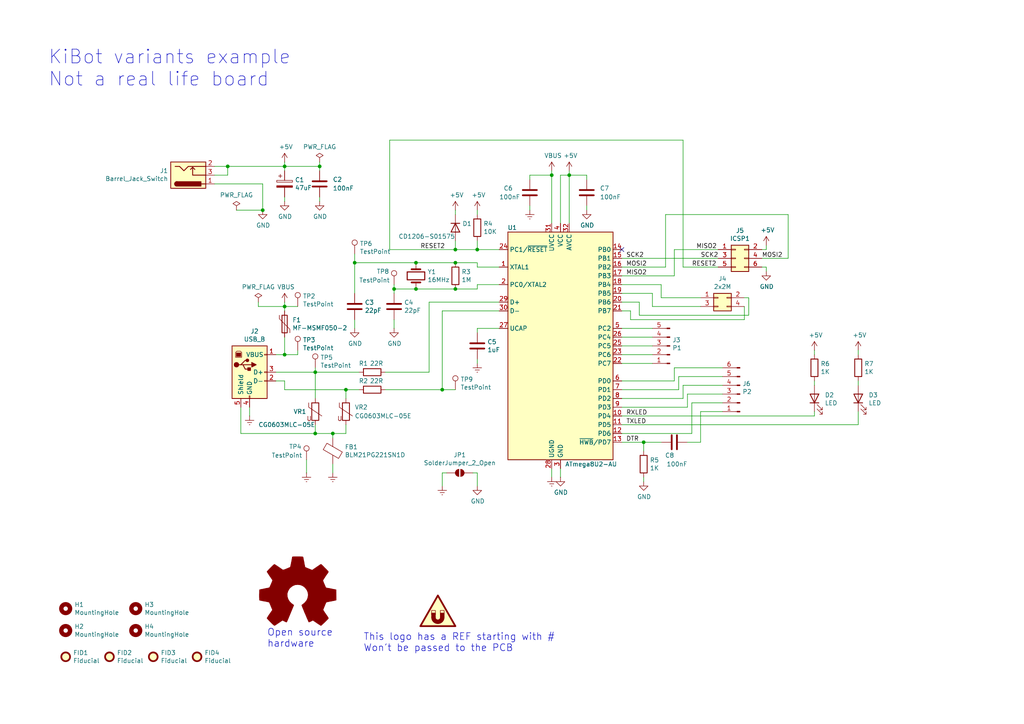
<source format=kicad_sch>
(kicad_sch (version 20231120) (generator "eeschema") (generator_version "8.0")
  (paper "A4")
  (title_block (title "Arduino UNO programmer") (date "2020-09-09") (rev "r1") (company "Arduino") (comment 1 "Just a copy of the original circuit, but not as ugly"))
  (lib_symbols
    (symbol "Connector:Barrel_Jack_Switch" (pin_names hide)
      (property "Reference" "J" (at 0 5.334 0))
      (property "Value" "Barrel_Jack_Switch" (at 0 -5.08 0))
      (symbol "Barrel_Jack_Switch_1_1"
        (pin passive line (at 7.62 2.54 180) (length 2.54) (name "~") (number "1"))
        (pin passive line (at 7.62 -2.54 180) (length 2.54) (name "~") (number "2"))
        (pin passive line (at 7.62 0 180) (length 2.54) (name "~") (number "3"))
      )
    )
    (symbol "Connector:Conn_01x05_Pin" (pin_names (offset 1.016) hide)
      (property "Reference" "J" (at 0 7.62 0))
      (property "Value" "Conn_01x05_Pin" (at 0 -7.62 0))
      (symbol "Conn_01x05_Pin_1_1"
        (pin passive line (at 5.08 5.08 180) (length 3.81) (name "Pin_1") (number "1"))
        (pin passive line (at 5.08 2.54 180) (length 3.81) (name "Pin_2") (number "2"))
        (pin passive line (at 5.08 0 180) (length 3.81) (name "Pin_3") (number "3"))
        (pin passive line (at 5.08 -2.54 180) (length 3.81) (name "Pin_4") (number "4"))
        (pin passive line (at 5.08 -5.08 180) (length 3.81) (name "Pin_5") (number "5"))
      )
    )
    (symbol "Connector:Conn_01x06_Pin" (pin_names (offset 1.016) hide)
      (property "Reference" "J" (at 0 7.62 0))
      (property "Value" "Conn_01x06_Pin" (at 0 -10.16 0))
      (symbol "Conn_01x06_Pin_1_1"
        (pin passive line (at 5.08 5.08 180) (length 3.81) (name "Pin_1") (number "1"))
        (pin passive line (at 5.08 2.54 180) (length 3.81) (name "Pin_2") (number "2"))
        (pin passive line (at 5.08 0 180) (length 3.81) (name "Pin_3") (number "3"))
        (pin passive line (at 5.08 -2.54 180) (length 3.81) (name "Pin_4") (number "4"))
        (pin passive line (at 5.08 -5.08 180) (length 3.81) (name "Pin_5") (number "5"))
        (pin passive line (at 5.08 -7.62 180) (length 3.81) (name "Pin_6") (number "6"))
      )
    )
    (symbol "Connector:TestPoint" (pin_numbers hide) (pin_names (offset 0.762) hide)
      (property "Reference" "TP" (at 0 6.858 0))
      (property "Value" "TestPoint" (at 0 5.08 0))
      (symbol "TestPoint_1_1"
        (pin passive line (at 0 0 90) (length 2.54) (name "1") (number "1"))
      )
    )
    (symbol "Connector:USB_B" (pin_names (offset 1.016))
      (property "Reference" "J" (at -5.08 11.43 0))
      (property "Value" "USB_B" (at -5.08 8.89 0))
      (symbol "USB_B_1_1"
        (pin power_out line (at 7.62 5.08 180) (length 2.54) (name "VBUS") (number "1"))
        (pin bidirectional line (at 7.62 -2.54 180) (length 2.54) (name "D-") (number "2"))
        (pin bidirectional line (at 7.62 0 180) (length 2.54) (name "D+") (number "3"))
        (pin power_out line (at 0 -10.16 90) (length 2.54) (name "GND") (number "4"))
        (pin passive line (at -2.54 -10.16 90) (length 2.54) (name "Shield") (number "5"))
      )
    )
    (symbol "Connector_Generic:Conn_02x02_Odd_Even" (pin_names (offset 1.016) hide)
      (property "Reference" "J" (at 1.27 2.54 0))
      (property "Value" "Conn_02x02_Odd_Even" (at 1.27 -5.08 0))
      (symbol "Conn_02x02_Odd_Even_1_1"
        (pin passive line (at -5.08 0 0) (length 3.81) (name "Pin_1") (number "1"))
        (pin passive line (at 7.62 0 180) (length 3.81) (name "Pin_2") (number "2"))
        (pin passive line (at -5.08 -2.54 0) (length 3.81) (name "Pin_3") (number "3"))
        (pin passive line (at 7.62 -2.54 180) (length 3.81) (name "Pin_4") (number "4"))
      )
    )
    (symbol "Connector_Generic:Conn_02x03_Odd_Even" (pin_names (offset 1.016) hide)
      (property "Reference" "J" (at 1.27 5.08 0))
      (property "Value" "Conn_02x03_Odd_Even" (at 1.27 -5.08 0))
      (symbol "Conn_02x03_Odd_Even_1_1"
        (pin passive line (at -5.08 2.54 0) (length 3.81) (name "Pin_1") (number "1"))
        (pin passive line (at 7.62 2.54 180) (length 3.81) (name "Pin_2") (number "2"))
        (pin passive line (at -5.08 0 0) (length 3.81) (name "Pin_3") (number "3"))
        (pin passive line (at 7.62 0 180) (length 3.81) (name "Pin_4") (number "4"))
        (pin passive line (at -5.08 -2.54 0) (length 3.81) (name "Pin_5") (number "5"))
        (pin passive line (at 7.62 -2.54 180) (length 3.81) (name "Pin_6") (number "6"))
      )
    )
    (symbol "Device:C" (pin_numbers hide) (pin_names (offset 0.254))
      (property "Reference" "C" (at 0.635 2.54 0))
      (property "Value" "C" (at 0.635 -2.54 0))
      (symbol "C_1_1"
        (pin passive line (at 0 3.81 270) (length 2.794) (name "~") (number "1"))
        (pin passive line (at 0 -3.81 90) (length 2.794) (name "~") (number "2"))
      )
    )
    (symbol "Device:C_Polarized" (pin_numbers hide) (pin_names (offset 0.254))
      (property "Reference" "C" (at 0.635 2.54 0))
      (property "Value" "C_Polarized" (at 0.635 -2.54 0))
      (symbol "C_Polarized_1_1"
        (pin passive line (at 0 3.81 270) (length 2.794) (name "~") (number "1"))
        (pin passive line (at 0 -3.81 90) (length 2.794) (name "~") (number "2"))
      )
    )
    (symbol "Device:Crystal" (pin_numbers hide) (pin_names (offset 1.016) hide)
      (property "Reference" "Y" (at 0 3.81 0))
      (property "Value" "Crystal" (at 0 -3.81 0))
      (symbol "Crystal_1_1"
        (pin passive line (at -3.81 0 0) (length 1.27) (name "1") (number "1"))
        (pin passive line (at 3.81 0 180) (length 1.27) (name "2") (number "2"))
      )
    )
    (symbol "Device:D" (pin_numbers hide) (pin_names (offset 1.016) hide)
      (property "Reference" "D" (at 0 2.54 0))
      (property "Value" "D" (at 0 -2.54 0))
      (symbol "D_1_1"
        (pin passive line (at -3.81 0 0) (length 2.54) (name "K") (number "1"))
        (pin passive line (at 3.81 0 180) (length 2.54) (name "A") (number "2"))
      )
    )
    (symbol "Device:FerriteBead" (pin_numbers hide) (pin_names (offset 0))
      (property "Reference" "FB" (at -3.81 0.635 90))
      (property "Value" "FerriteBead" (at 3.81 0 90))
      (symbol "FerriteBead_1_1"
        (pin passive line (at 0 3.81 270) (length 2.54) (name "~") (number "1"))
        (pin passive line (at 0 -3.81 90) (length 2.54) (name "~") (number "2"))
      )
    )
    (symbol "Device:LED" (pin_numbers hide) (pin_names (offset 1.016) hide)
      (property "Reference" "D" (at 0 2.54 0))
      (property "Value" "LED" (at 0 -2.54 0))
      (symbol "LED_1_1"
        (pin passive line (at -3.81 0 0) (length 2.54) (name "K") (number "1"))
        (pin passive line (at 3.81 0 180) (length 2.54) (name "A") (number "2"))
      )
    )
    (symbol "Device:Polyfuse" (pin_numbers hide) (pin_names (offset 0))
      (property "Reference" "F" (at -2.54 0 90))
      (property "Value" "Polyfuse" (at 2.54 0 90))
      (symbol "Polyfuse_1_1"
        (pin passive line (at 0 3.81 270) (length 1.27) (name "~") (number "1"))
        (pin passive line (at 0 -3.81 90) (length 1.27) (name "~") (number "2"))
      )
    )
    (symbol "Device:R" (pin_numbers hide) (pin_names (offset 0))
      (property "Reference" "R" (at 2.032 0 90))
      (property "Value" "R" (at 0 0 90))
      (symbol "R_1_1"
        (pin passive line (at 0 3.81 270) (length 1.27) (name "~") (number "1"))
        (pin passive line (at 0 -3.81 90) (length 1.27) (name "~") (number "2"))
      )
    )
    (symbol "Device:Varistor" (pin_numbers hide) (pin_names (offset 0))
      (property "Reference" "RV" (at 3.175 0 90))
      (property "Value" "Varistor" (at -3.175 0 90))
      (symbol "Varistor_0_0"
        (text "U" (at -1.778 -2.032 0) (effects (font (size 1.27 1.27))))
      )
      (symbol "Varistor_1_1"
        (pin passive line (at 0 3.81 270) (length 1.27) (name "~") (number "1"))
        (pin passive line (at 0 -3.81 90) (length 1.27) (name "~") (number "2"))
      )
    )
    (symbol "Graphic:Logo_Open_Hardware_Large" (in_bom no) (on_board no))
    (symbol "Graphic:SYM_Magnet_Large" (in_bom no) (on_board no))
    (symbol "Jumper:SolderJumper_2_Open" (pin_numbers hide) (pin_names (offset 0) hide) (exclude_from_sim yes) (in_bom no)
      (property "Reference" "JP" (at 0 2.032 0))
      (property "Value" "SolderJumper_2_Open" (at 0 -2.54 0))
      (symbol "SolderJumper_2_Open_1_1"
        (pin passive line (at -3.81 0 0) (length 2.54) (name "A") (number "1"))
        (pin passive line (at 3.81 0 180) (length 2.54) (name "B") (number "2"))
      )
    )
    (symbol "MCU_Microchip_ATmega:ATmega8U2-A"
      (property "Reference" "U" (at -15.24 34.29 0))
      (property "Value" "ATmega8U2-A" (at 2.54 -34.29 0))
      (symbol "ATmega8U2-A_1_1"
        (pin input line (at -17.78 22.86 0) (length 2.54) (name "XTAL1") (number "1"))
        (pin bidirectional line (at 17.78 -20.32 180) (length 2.54) (name "PD4") (number "10"))
        (pin bidirectional line (at 17.78 -22.86 180) (length 2.54) (name "PD5") (number "11"))
        (pin bidirectional line (at 17.78 -25.4 180) (length 2.54) (name "PD6") (number "12"))
        (pin bidirectional line (at 17.78 -27.94 180) (length 2.54) (name "~{HWB}/PD7") (number "13"))
        (pin bidirectional line (at 17.78 27.94 180) (length 2.54) (name "PB0") (number "14"))
        (pin bidirectional line (at 17.78 25.4 180) (length 2.54) (name "PB1") (number "15"))
        (pin bidirectional line (at 17.78 22.86 180) (length 2.54) (name "PB2") (number "16"))
        (pin bidirectional line (at 17.78 20.32 180) (length 2.54) (name "PB3") (number "17"))
        (pin bidirectional line (at 17.78 17.78 180) (length 2.54) (name "PB4") (number "18"))
        (pin bidirectional line (at 17.78 15.24 180) (length 2.54) (name "PB5") (number "19"))
        (pin bidirectional line (at -17.78 17.78 0) (length 2.54) (name "PC0/XTAL2") (number "2"))
        (pin bidirectional line (at 17.78 12.7 180) (length 2.54) (name "PB6") (number "20"))
        (pin bidirectional line (at 17.78 10.16 180) (length 2.54) (name "PB7") (number "21"))
        (pin bidirectional line (at 17.78 -5.08 180) (length 2.54) (name "PC7") (number "22"))
        (pin bidirectional line (at 17.78 -2.54 180) (length 2.54) (name "PC6") (number "23"))
        (pin bidirectional line (at -17.78 27.94 0) (length 2.54) (name "PC1/~{RESET}") (number "24"))
        (pin bidirectional line (at 17.78 0 180) (length 2.54) (name "PC5") (number "25"))
        (pin bidirectional line (at 17.78 2.54 180) (length 2.54) (name "PC4") (number "26"))
        (pin passive line (at -17.78 5.08 0) (length 2.54) (name "UCAP") (number "27"))
        (pin power_in line (at -2.54 -35.56 90) (length 2.54) (name "UGND") (number "28"))
        (pin bidirectional line (at -17.78 12.7 0) (length 2.54) (name "D+") (number "29"))
        (pin power_in line (at 0 -35.56 90) (length 2.54) (name "GND") (number "3"))
        (pin bidirectional line (at -17.78 10.16 0) (length 2.54) (name "D-") (number "30"))
        (pin power_in line (at -2.54 35.56 270) (length 2.54) (name "UVCC") (number "31"))
        (pin power_in line (at 2.54 35.56 270) (length 2.54) (name "AVCC") (number "32"))
        (pin power_in line (at 0 35.56 270) (length 2.54) (name "VCC") (number "4"))
        (pin bidirectional line (at 17.78 5.08 180) (length 2.54) (name "PC2") (number "5"))
        (pin bidirectional line (at 17.78 -10.16 180) (length 2.54) (name "PD0") (number "6"))
        (pin bidirectional line (at 17.78 -12.7 180) (length 2.54) (name "PD1") (number "7"))
        (pin bidirectional line (at 17.78 -15.24 180) (length 2.54) (name "PD2") (number "8"))
        (pin bidirectional line (at 17.78 -17.78 180) (length 2.54) (name "PD3") (number "9"))
      )
    )
    (symbol "Mechanical:Fiducial" (exclude_from_sim yes) (in_bom no)
      (property "Reference" "FID" (at 0 5.08 0))
      (property "Value" "Fiducial" (at 0 3.175 0))
    )
    (symbol "Mechanical:MountingHole" (pin_names (offset 1.016)) (exclude_from_sim yes) (in_bom no)
      (property "Reference" "H" (at 0 5.08 0))
      (property "Value" "MountingHole" (at 0 3.175 0))
    )
    (symbol "power:+5V" (power) (pin_numbers hide) (pin_names (offset 0) hide)
      (property "Value" "+5V" (at 0 3.556 0))
      (symbol "+5V_1_1"
        (pin power_in line (at 0 0 90) (length 0) (name "~") (number "1"))
      )
    )
    (symbol "power:Earth" (power) (pin_numbers hide) (pin_names (offset 0) hide)
      (property "Value" "Earth" (at 0 -3.81 0))
      (symbol "Earth_1_1"
        (pin power_in line (at 0 0 270) (length 0) (name "~") (number "1"))
      )
    )
    (symbol "power:GND" (power) (pin_numbers hide) (pin_names (offset 0) hide)
      (property "Value" "GND" (at 0 -3.81 0))
      (symbol "GND_1_1"
        (pin power_in line (at 0 0 270) (length 0) (name "~") (number "1"))
      )
    )
    (symbol "power:PWR_FLAG" (power) (pin_numbers hide) (pin_names (offset 0) hide)
      (property "Value" "PWR_FLAG" (at 0 3.81 0))
      (symbol "PWR_FLAG_0_0"
        (pin power_out line (at 0 0 90) (length 0) (name "~") (number "1"))
      )
    )
    (symbol "power:VBUS" (power) (pin_numbers hide) (pin_names (offset 0) hide)
      (property "Value" "VBUS" (at 0 3.556 0))
      (symbol "VBUS_1_1"
        (pin power_in line (at 0 0 90) (length 0) (name "~") (number "1"))
      )
    )
  )
  (junction (at 82.55 88.9))
  (junction (at 160.02 50.8))
  (junction (at 132.08 76.2))
  (junction (at 91.44 125.73))
  (junction (at 100.33 113.03))
  (junction (at 138.43 72.39))
  (junction (at 128.27 113.03))
  (junction (at 96.52 125.73))
  (junction (at 186.69 128.27))
  (junction (at 120.65 76.2))
  (junction (at 114.3 83.82))
  (junction (at 82.55 48.26))
  (junction (at 92.71 48.26))
  (junction (at 102.87 76.2))
  (junction (at 132.08 72.39))
  (junction (at 82.55 102.87))
  (junction (at 91.44 107.95))
  (junction (at 165.1 50.8))
  (junction (at 132.08 83.82))
  (junction (at 66.04 48.26))
  (junction (at 76.2 60.96))
  (junction (at 120.65 83.82))
  (no_connect (at 180.34 72.39))
  (wire (pts (xy 186.69 130.81) (xy 186.69 128.27)))
  (wire (pts (xy 96.52 125.73) (xy 96.52 127)))
  (wire (pts (xy 91.44 125.73) (xy 96.52 125.73)))
  (wire (pts (xy 82.55 102.87) (xy 82.55 97.79)))
  (wire (pts (xy 92.71 46.99) (xy 92.71 48.26)))
  (wire (pts (xy 66.04 50.8) (xy 66.04 48.26)))
  (wire (pts (xy 162.56 50.8) (xy 165.1 50.8)))
  (wire (pts (xy 248.92 123.19) (xy 248.92 119.38)))
  (wire (pts (xy 153.67 50.8) (xy 160.02 50.8)))
  (wire (pts (xy 144.78 95.25) (xy 138.43 95.25)))
  (wire (pts (xy 132.08 76.2) (xy 120.65 76.2)))
  (wire (pts (xy 111.76 113.03) (xy 128.27 113.03)))
  (wire (pts (xy 182.88 92.71) (xy 215.9 92.71)))
  (wire (pts (xy 128.27 137.16) (xy 128.27 140.97)))
  (wire (pts (xy 180.34 85.09) (xy 189.23 85.09)))
  (wire (pts (xy 209.55 106.68) (xy 195.58 106.68)))
  (wire (pts (xy 114.3 92.71) (xy 114.3 95.25)))
  (wire (pts (xy 180.34 80.01) (xy 195.58 80.01)))
  (wire (pts (xy 162.56 64.77) (xy 162.56 50.8)))
  (wire (pts (xy 82.55 113.03) (xy 82.55 110.49)))
  (wire (pts (xy 203.2 128.27) (xy 203.2 119.38)))
  (wire (pts (xy 180.34 87.63) (xy 185.42 87.63)))
  (wire (pts (xy 100.33 113.03) (xy 82.55 113.03)))
  (wire (pts (xy 76.2 60.96) (xy 68.58 60.96)))
  (wire (pts (xy 138.43 77.47) (xy 138.43 76.2)))
  (wire (pts (xy 138.43 95.25) (xy 138.43 96.52)))
  (wire (pts (xy 132.08 69.85) (xy 132.08 72.39)))
  (wire (pts (xy 62.23 50.8) (xy 66.04 50.8)))
  (wire (pts (xy 120.65 83.82) (xy 114.3 83.82)))
  (wire (pts (xy 198.12 111.76) (xy 198.12 115.57)))
  (wire (pts (xy 217.17 91.44) (xy 217.17 86.36)))
  (wire (pts (xy 220.98 72.39) (xy 222.25 72.39)))
  (wire (pts (xy 69.85 118.11) (xy 69.85 125.73)))
  (wire (pts (xy 153.67 52.07) (xy 153.67 50.8)))
  (wire (pts (xy 114.3 82.55) (xy 114.3 83.82)))
  (wire (pts (xy 199.39 128.27) (xy 203.2 128.27)))
  (wire (pts (xy 195.58 80.01) (xy 195.58 72.39)))
  (wire (pts (xy 198.12 40.64) (xy 113.03 40.64)))
  (wire (pts (xy 113.03 72.39) (xy 132.08 72.39)))
  (wire (pts (xy 153.67 59.69) (xy 153.67 60.96)))
  (wire (pts (xy 236.22 120.65) (xy 236.22 119.38)))
  (wire (pts (xy 180.34 95.25) (xy 189.23 95.25)))
  (wire (pts (xy 198.12 77.47) (xy 198.12 40.64)))
  (wire (pts (xy 80.01 102.87) (xy 82.55 102.87)))
  (wire (pts (xy 129.54 137.16) (xy 128.27 137.16)))
  (wire (pts (xy 92.71 57.15) (xy 92.71 58.42)))
  (wire (pts (xy 144.78 77.47) (xy 138.43 77.47)))
  (wire (pts (xy 182.88 90.17) (xy 182.88 92.71)))
  (wire (pts (xy 91.44 106.68) (xy 91.44 107.95)))
  (wire (pts (xy 199.39 114.3) (xy 209.55 114.3)))
  (wire (pts (xy 96.52 125.73) (xy 100.33 125.73)))
  (wire (pts (xy 138.43 83.82) (xy 138.43 82.55)))
  (wire (pts (xy 236.22 110.49) (xy 236.22 111.76)))
  (wire (pts (xy 96.52 134.62) (xy 96.52 137.16)))
  (wire (pts (xy 62.23 48.26) (xy 66.04 48.26)))
  (wire (pts (xy 180.34 125.73) (xy 200.66 125.73)))
  (wire (pts (xy 120.65 76.2) (xy 102.87 76.2)))
  (wire (pts (xy 72.39 118.11) (xy 72.39 120.65)))
  (wire (pts (xy 165.1 64.77) (xy 165.1 50.8)))
  (wire (pts (xy 180.34 118.11) (xy 199.39 118.11)))
  (wire (pts (xy 220.98 77.47) (xy 222.25 77.47)))
  (wire (pts (xy 138.43 76.2) (xy 132.08 76.2)))
  (wire (pts (xy 195.58 72.39) (xy 208.28 72.39)))
  (wire (pts (xy 132.08 83.82) (xy 120.65 83.82)))
  (wire (pts (xy 100.33 115.57) (xy 100.33 113.03)))
  (wire (pts (xy 180.34 120.65) (xy 236.22 120.65)))
  (wire (pts (xy 180.34 128.27) (xy 186.69 128.27)))
  (wire (pts (xy 170.18 52.07) (xy 170.18 50.8)))
  (wire (pts (xy 138.43 60.96) (xy 138.43 62.23)))
  (wire (pts (xy 180.34 82.55) (xy 191.77 82.55)))
  (wire (pts (xy 195.58 106.68) (xy 195.58 110.49)))
  (wire (pts (xy 189.23 85.09) (xy 189.23 88.9)))
  (wire (pts (xy 189.23 88.9) (xy 203.2 88.9)))
  (wire (pts (xy 102.87 76.2) (xy 102.87 85.09)))
  (wire (pts (xy 128.27 113.03) (xy 128.27 90.17)))
  (wire (pts (xy 92.71 48.26) (xy 92.71 49.53)))
  (wire (pts (xy 189.23 97.79) (xy 180.34 97.79)))
  (wire (pts (xy 185.42 87.63) (xy 185.42 91.44)))
  (wire (pts (xy 86.36 101.6) (xy 86.36 102.87)))
  (wire (pts (xy 170.18 59.69) (xy 170.18 60.96)))
  (wire (pts (xy 138.43 105.41) (xy 138.43 104.14)))
  (wire (pts (xy 186.69 138.43) (xy 186.69 139.7)))
  (wire (pts (xy 82.55 57.15) (xy 82.55 58.42)))
  (wire (pts (xy 82.55 110.49) (xy 80.01 110.49)))
  (wire (pts (xy 180.34 100.33) (xy 189.23 100.33)))
  (wire (pts (xy 138.43 137.16) (xy 138.43 140.97)))
  (wire (pts (xy 132.08 60.96) (xy 132.08 62.23)))
  (wire (pts (xy 228.6 74.93) (xy 228.6 62.23)))
  (wire (pts (xy 82.55 46.99) (xy 82.55 48.26)))
  (wire (pts (xy 137.16 137.16) (xy 138.43 137.16)))
  (wire (pts (xy 222.25 72.39) (xy 222.25 71.12)))
  (wire (pts (xy 208.28 77.47) (xy 198.12 77.47)))
  (wire (pts (xy 104.14 113.03) (xy 100.33 113.03)))
  (wire (pts (xy 86.36 88.9) (xy 82.55 88.9)))
  (wire (pts (xy 198.12 115.57) (xy 180.34 115.57)))
  (wire (pts (xy 189.23 102.87) (xy 180.34 102.87)))
  (wire (pts (xy 100.33 125.73) (xy 100.33 123.19)))
  (wire (pts (xy 203.2 119.38) (xy 209.55 119.38)))
  (wire (pts (xy 180.34 113.03) (xy 196.85 113.03)))
  (wire (pts (xy 222.25 77.47) (xy 222.25 78.74)))
  (wire (pts (xy 185.42 91.44) (xy 217.17 91.44)))
  (wire (pts (xy 114.3 83.82) (xy 114.3 85.09)))
  (wire (pts (xy 66.04 48.26) (xy 82.55 48.26)))
  (wire (pts (xy 191.77 82.55) (xy 191.77 86.36)))
  (wire (pts (xy 180.34 90.17) (xy 182.88 90.17)))
  (wire (pts (xy 236.22 101.6) (xy 236.22 102.87)))
  (wire (pts (xy 124.46 87.63) (xy 124.46 107.95)))
  (wire (pts (xy 199.39 118.11) (xy 199.39 114.3)))
  (wire (pts (xy 180.34 74.93) (xy 208.28 74.93)))
  (wire (pts (xy 217.17 86.36) (xy 215.9 86.36)))
  (wire (pts (xy 82.55 48.26) (xy 92.71 48.26)))
  (wire (pts (xy 102.87 92.71) (xy 102.87 95.25)))
  (wire (pts (xy 195.58 110.49) (xy 180.34 110.49)))
  (wire (pts (xy 193.04 62.23) (xy 228.6 62.23)))
  (wire (pts (xy 113.03 40.64) (xy 113.03 72.39)))
  (wire (pts (xy 196.85 113.03) (xy 196.85 109.22)))
  (wire (pts (xy 74.93 88.9) (xy 74.93 87.63)))
  (wire (pts (xy 82.55 48.26) (xy 82.55 49.53)))
  (wire (pts (xy 165.1 50.8) (xy 165.1 49.53)))
  (wire (pts (xy 160.02 64.77) (xy 160.02 50.8)))
  (wire (pts (xy 160.02 135.89) (xy 160.02 138.43)))
  (wire (pts (xy 138.43 82.55) (xy 144.78 82.55)))
  (wire (pts (xy 248.92 110.49) (xy 248.92 111.76)))
  (wire (pts (xy 144.78 87.63) (xy 124.46 87.63)))
  (wire (pts (xy 69.85 125.73) (xy 91.44 125.73)))
  (wire (pts (xy 132.08 72.39) (xy 138.43 72.39)))
  (wire (pts (xy 200.66 125.73) (xy 200.66 116.84)))
  (wire (pts (xy 193.04 77.47) (xy 193.04 62.23)))
  (wire (pts (xy 180.34 123.19) (xy 248.92 123.19)))
  (wire (pts (xy 91.44 107.95) (xy 104.14 107.95)))
  (wire (pts (xy 102.87 73.66) (xy 102.87 76.2)))
  (wire (pts (xy 91.44 123.19) (xy 91.44 125.73)))
  (wire (pts (xy 132.08 83.82) (xy 138.43 83.82)))
  (wire (pts (xy 76.2 53.34) (xy 76.2 60.96)))
  (wire (pts (xy 209.55 111.76) (xy 198.12 111.76)))
  (wire (pts (xy 82.55 88.9) (xy 82.55 87.63)))
  (wire (pts (xy 165.1 50.8) (xy 170.18 50.8)))
  (wire (pts (xy 91.44 115.57) (xy 91.44 107.95)))
  (wire (pts (xy 196.85 109.22) (xy 209.55 109.22)))
  (wire (pts (xy 62.23 53.34) (xy 76.2 53.34)))
  (wire (pts (xy 132.08 113.03) (xy 128.27 113.03)))
  (wire (pts (xy 80.01 107.95) (xy 91.44 107.95)))
  (wire (pts (xy 200.66 116.84) (xy 209.55 116.84)))
  (wire (pts (xy 162.56 135.89) (xy 162.56 138.43)))
  (wire (pts (xy 191.77 86.36) (xy 203.2 86.36)))
  (wire (pts (xy 180.34 105.41) (xy 189.23 105.41)))
  (wire (pts (xy 160.02 50.8) (xy 160.02 49.53)))
  (wire (pts (xy 124.46 107.95) (xy 111.76 107.95)))
  (wire (pts (xy 82.55 88.9) (xy 74.93 88.9)))
  (wire (pts (xy 138.43 72.39) (xy 144.78 72.39)))
  (wire (pts (xy 128.27 90.17) (xy 144.78 90.17)))
  (wire (pts (xy 248.92 101.6) (xy 248.92 102.87)))
  (wire (pts (xy 82.55 90.17) (xy 82.55 88.9)))
  (wire (pts (xy 186.69 128.27) (xy 191.77 128.27)))
  (wire (pts (xy 215.9 92.71) (xy 215.9 88.9)))
  (wire (pts (xy 88.9 133.35) (xy 88.9 137.16)))
  (wire (pts (xy 138.43 69.85) (xy 138.43 72.39)))
  (wire (pts (xy 180.34 77.47) (xy 193.04 77.47)))
  (wire (pts (xy 220.98 74.93) (xy 228.6 74.93)))
  (wire (pts (xy 86.36 102.87) (xy 82.55 102.87)))
  (text "Open source\nhardware" (at 77.47 187.96 0) (effects (font (size 2.0066 2.0066)) (justify left bottom)))
  (text "This logo has a REF starting with #\nWon't be passed to the PCB" (at 105.41 189.23 0) (effects (font (size 2.0066 2.0066)) (justify left bottom)))
  (text "KiBot variants example\nNot a real life board" (at 13.97 25.4 0) (effects (font (size 3.9878 3.9878)) (justify left bottom)))
  (label "RESET2" (at 121.92 72.39 0))
  (label "MISO2" (at 181.61 80.01 0))
  (label "DTR" (at 181.61 128.27 0))
  (label "SCK2" (at 181.61 74.93 0))
  (label "RXLED" (at 181.61 120.65 0))
  (label "RESET2" (at 200.66 77.47 0))
  (label "MISO2" (at 201.93 72.39 0))
  (label "SCK2" (at 203.2 74.93 0))
  (label "TXLED" (at 181.61 123.19 0))
  (label "MOSI2" (at 220.98 74.93 0))
  (label "MOSI2" (at 181.61 77.47 0))
  (symbol (lib_id "MCU_Microchip_ATmega:ATmega8U2-A") (at 162.56 100.33 0) (unit 1)
    (property "Reference" "U1" (at 148.59 66.04 0))
    (property "Value" "ATmega8U2-AU" (at 171.45 134.62 0))
    (property "Footprint" "Package_QFP:TQFP-32_7x7mm_P0.8mm" (effects (hide yes)))
    (property "Datasheet" "http://ww1.microchip.com/downloads/en/DeviceDoc/doc7799.pdf" (effects (hide yes)))
    (property "Description" "16MHz, 8kB Flash, 512B SRAM, 512B EEPROM, TQFP-32" (effects (hide yes)))
  )
  (symbol (lib_id "Device:R") (at 132.08 80.01 0) (unit 1)
    (property "Reference" "R3" (at 133.858 78.8416 0) (effects (justify left)))
    (property "Value" "1M" (at 133.858 81.153 0) (effects (justify left)))
    (property "Footprint" "Resistor_SMD:R_0805_2012Metric" (effects (hide yes)))
    (property "Description" "Resistor" (effects (hide yes)))
    (property "Config" "+USB,+XTAL" (effects (hide yes)))
  )
  (symbol (lib_id "Device:C") (at 114.3 88.9 0) (unit 1)
    (property "Reference" "C4" (at 117.221 87.7316 0) (effects (justify left)))
    (property "Value" "22pF" (at 117.221 90.043 0) (effects (justify left)))
    (property "Footprint" "Capacitor_SMD:C_0805_2012Metric" (effects (hide yes)))
    (property "Description" "Unpolarized capacitor" (effects (hide yes)))
    (property "Config" "+USB,+XTAL" (effects (hide yes)))
  )
  (symbol (lib_id "Device:C") (at 102.87 88.9 0) (unit 1)
    (property "Reference" "C3" (at 105.791 87.7316 0) (effects (justify left)))
    (property "Value" "22pF" (at 105.791 90.043 0) (effects (justify left)))
    (property "Footprint" "Capacitor_SMD:C_0805_2012Metric" (effects (hide yes)))
    (property "Description" "Unpolarized capacitor" (effects (hide yes)))
    (property "Config" "+USB,+XTAL" (effects (hide yes)))
  )
  (symbol (lib_id "power:GND") (at 102.87 95.25 0) (unit 1)
    (property "Reference" "#PWR09" (effects (hide yes)))
    (property "Value" "GND" (at 102.997 99.6442 0))
    (property "Description" "Power symbol creates a global label with name \"GND\" , ground" (effects (hide yes)))
  )
  (symbol (lib_id "power:GND") (at 114.3 95.25 0) (unit 1)
    (property "Reference" "#PWR010" (effects (hide yes)))
    (property "Value" "GND" (at 114.427 99.6442 0))
    (property "Description" "Power symbol creates a global label with name \"GND\" , ground" (effects (hide yes)))
  )
  (symbol (lib_id "Connector:TestPoint") (at 102.87 73.66 0) (unit 1)
    (property "Reference" "TP6" (at 104.3432 70.6628 0) (effects (justify left)))
    (property "Value" "TestPoint" (at 104.3432 72.9742 0) (effects (justify left)))
    (property "Footprint" "TestPoint:TestPoint_Pad_D1.0mm" (effects (hide yes)))
    (property "Description" "test point" (effects (hide yes)))
  )
  (symbol (lib_id "Connector:TestPoint") (at 114.3 82.55 0) (unit 1)
    (property "Reference" "TP8" (at 109.22 78.74 0) (effects (justify left)))
    (property "Value" "TestPoint" (at 104.14 81.28 0) (effects (justify left)))
    (property "Footprint" "TestPoint:TestPoint_Pad_D1.0mm" (effects (hide yes)))
    (property "Description" "test point" (effects (hide yes)))
  )
  (symbol (lib_id "Device:Varistor") (at 100.33 119.38 0) (unit 1)
    (property "Reference" "VR2" (at 102.87 118.11 0) (effects (justify left)))
    (property "Value" "CG0603MLC-05E" (at 102.87 120.65 0) (effects (justify left)))
    (property "Footprint" "Resistor_SMD:R_0603_1608Metric" (effects (hide yes)))
    (property "Description" "Voltage dependent resistor" (effects (hide yes)))
    (property "MFN" "Bourns Inc." (effects (hide yes)))
    (property "MFP" "CG0603MLC-05E" (effects (hide yes)))
    (property "Config" "+USB" (effects (hide yes)))
    (property "Sim.Name" "kicad_builtin_varistor" (effects (hide yes)))
    (property "Sim.Device" "SUBCKT" (effects (hide yes)))
    (property "Sim.Pins" "1=A 2=B" (effects (hide yes)))
    (property "Sim.Params" "threshold=1k" (effects (hide yes)))
    (property "Sim.Library" "${KICAD7_SYMBOL_DIR}/Simulation_SPICE.sp" (effects (hide yes)))
  )
  (symbol (lib_id "Device:Crystal") (at 120.65 80.01 270) (unit 1)
    (property "Reference" "Y1" (at 123.9774 78.8416 90) (effects (justify left)))
    (property "Value" "16MHz" (at 123.9774 81.153 90) (effects (justify left)))
    (property "Footprint" "Crystal:Crystal_SMD_Abracon_ABM3-2Pin_5.0x3.2mm" (effects (hide yes)))
    (property "Description" "Two pin crystal" (effects (hide yes)))
    (property "MFN" "Abracon LLC" (effects (hide yes)))
    (property "MFP" "ABM3-16.000MHZ-B2-T" (effects (hide yes)))
    (property "Config" "+USB,+XTAL" (effects (hide yes)))
  )
  (symbol (lib_id "Device:R") (at 107.95 107.95 270) (unit 1)
    (property "Reference" "R1" (at 105.41 105.41 90))
    (property "Value" "22R" (at 109.22 105.41 90))
    (property "Footprint" "Resistor_SMD:R_0805_2012Metric" (effects (hide yes)))
    (property "Description" "Resistor" (effects (hide yes)))
    (property "Config" "+USB" (effects (hide yes)))
  )
  (symbol (lib_id "Device:R") (at 107.95 113.03 270) (unit 1)
    (property "Reference" "R2" (at 105.41 110.49 90))
    (property "Value" "22R" (at 109.22 110.49 90))
    (property "Footprint" "Resistor_SMD:R_0805_2012Metric" (effects (hide yes)))
    (property "Description" "Resistor" (effects (hide yes)))
    (property "Config" "+USB" (effects (hide yes)))
  )
  (symbol (lib_id "Connector:USB_B") (at 72.39 107.95 0) (unit 1)
    (property "Reference" "J2" (at 73.8378 96.0882 0))
    (property "Value" "USB_B" (at 73.8378 98.3996 0))
    (property "Footprint" "Connector_USB:USB_B_Lumberg_2411_02_Horizontal" (effects (hide yes)))
    (property "Description" "USB Type B connector" (effects (hide yes)))
    (property "MFN" "TE Connectivity AMP Connectors" (effects (hide yes)))
    (property "MFP" "292304-1" (effects (hide yes)))
    (property "Config" "+USB" (effects (hide yes)))
  )
  (symbol (lib_id "Device:Varistor") (at 91.44 119.38 0) (unit 1)
    (property "Reference" "VR1" (at 85.09 119.38 0) (effects (justify left)))
    (property "Value" "CG0603MLC-05E" (at 74.93 123.19 0) (effects (justify left)))
    (property "Footprint" "Resistor_SMD:R_0603_1608Metric" (effects (hide yes)))
    (property "Description" "Voltage dependent resistor" (effects (hide yes)))
    (property "MFN" "Bourns Inc." (effects (hide yes)))
    (property "MFP" "CG0603MLC-05E" (effects (hide yes)))
    (property "Config" "+USB" (effects (hide yes)))
    (property "Sim.Name" "kicad_builtin_varistor" (effects (hide yes)))
    (property "Sim.Device" "SUBCKT" (effects (hide yes)))
    (property "Sim.Pins" "1=A 2=B" (effects (hide yes)))
    (property "Sim.Params" "threshold=1k" (effects (hide yes)))
    (property "Sim.Library" "${KICAD7_SYMBOL_DIR}/Simulation_SPICE.sp" (effects (hide yes)))
  )
  (symbol (lib_id "Device:FerriteBead") (at 96.52 130.81 0) (unit 1)
    (property "Reference" "FB1" (at 99.9998 129.6416 0) (effects (justify left)))
    (property "Value" "BLM21PG221SN1D" (at 99.9998 131.953 0) (effects (justify left)))
    (property "Footprint" "Resistor_SMD:R_0805_2012Metric" (effects (hide yes)))
    (property "Description" "Ferrite bead" (effects (hide yes)))
    (property "MFN" "Murata" (effects (hide yes)))
    (property "MFP" "BLM21PG221SN1D" (effects (hide yes)))
    (property "Config" "+USB" (effects (hide yes)))
  )
  (symbol (lib_id "Device:Polyfuse") (at 82.55 93.98 0) (unit 1)
    (property "Reference" "F1" (at 84.7852 92.8116 0) (effects (justify left)))
    (property "Value" "MF-MSMF050-2" (at 84.7852 95.123 0) (effects (justify left)))
    (property "Footprint" "Resistor_SMD:R_1812_4532Metric" (effects (hide yes)))
    (property "Description" "Resettable fuse, polymeric positive temperature coefficient" (effects (hide yes)))
    (property "Config" "+USB" (effects (hide yes)))
  )
  (symbol (lib_id "power:Earth") (at 96.52 137.16 0) (unit 1)
    (property "Reference" "#PWR08" (effects (hide yes)))
    (property "Value" "Earth" (effects (hide yes)))
    (property "Description" "Power symbol creates a global label with name \"Earth\"" (effects (hide yes)))
  )
  (symbol (lib_id "power:Earth") (at 72.39 120.65 0) (unit 1)
    (property "Reference" "#PWR01" (effects (hide yes)))
    (property "Value" "Earth" (effects (hide yes)))
    (property "Description" "Power symbol creates a global label with name \"Earth\"" (effects (hide yes)))
  )
  (symbol (lib_id "Connector:TestPoint") (at 91.44 106.68 0) (unit 1)
    (property "Reference" "TP5" (at 92.9132 103.6828 0) (effects (justify left)))
    (property "Value" "TestPoint" (at 92.9132 105.9942 0) (effects (justify left)))
    (property "Footprint" "TestPoint:TestPoint_Pad_D1.0mm" (effects (hide yes)))
    (property "Description" "test point" (effects (hide yes)))
  )
  (symbol (lib_id "Connector:TestPoint") (at 132.08 113.03 0) (unit 1)
    (property "Reference" "TP9" (at 133.5532 110.0328 0) (effects (justify left)))
    (property "Value" "TestPoint" (at 133.5532 112.3442 0) (effects (justify left)))
    (property "Footprint" "TestPoint:TestPoint_Pad_D1.0mm" (effects (hide yes)))
    (property "Description" "test point" (effects (hide yes)))
  )
  (symbol (lib_id "power:VBUS") (at 82.55 87.63 0) (unit 1)
    (property "Reference" "#PWR05" (effects (hide yes)))
    (property "Value" "VBUS" (at 82.931 83.2358 0))
    (property "Description" "Power symbol creates a global label with name \"VBUS\"" (effects (hide yes)))
  )
  (symbol (lib_id "Connector:TestPoint") (at 86.36 88.9 0) (unit 1)
    (property "Reference" "TP2" (at 87.8332 85.9028 0) (effects (justify left)))
    (property "Value" "TestPoint" (at 87.8332 88.2142 0) (effects (justify left)))
    (property "Footprint" "TestPoint:TestPoint_Pad_D1.0mm" (effects (hide yes)))
    (property "Description" "test point" (effects (hide yes)))
  )
  (symbol (lib_id "power:PWR_FLAG") (at 74.93 87.63 0) (unit 1)
    (property "Reference" "#FLG01" (effects (hide yes)))
    (property "Value" "PWR_FLAG" (at 74.93 83.2358 0))
    (property "Description" "Special symbol for telling ERC where power comes from" (effects (hide yes)))
  )
  (symbol (lib_id "power:Earth") (at 88.9 137.16 0) (unit 1)
    (property "Reference" "#PWR06" (effects (hide yes)))
    (property "Value" "Earth" (effects (hide yes)))
    (property "Description" "Power symbol creates a global label with name \"Earth\"" (effects (hide yes)))
  )
  (symbol (lib_id "Graphic:SYM_Magnet_Large") (at 127 176.53 0) (unit 1) (exclude_from_sim yes)
    (property "Reference" "#SYM1" (effects (hide yes)))
    (property "Value" "SYM_Magnet_Large" (effects (hide yes)))
    (property "Description" "Magnetic field warning symbol, large" (effects (hide yes)))
  )
  (symbol (lib_id "Connector:TestPoint") (at 88.9 133.35 0) (unit 1)
    (property "Reference" "TP4" (at 83.82 129.54 0) (effects (justify left)))
    (property "Value" "TestPoint" (at 78.74 132.08 0) (effects (justify left)))
    (property "Footprint" "TestPoint:TestPoint_Pad_D1.0mm" (effects (hide yes)))
    (property "Description" "test point" (effects (hide yes)))
  )
  (symbol (lib_id "Device:LED") (at 248.92 115.57 90) (unit 1)
    (property "Reference" "D3" (at 251.9172 114.5794 90) (effects (justify right)))
    (property "Value" "LED" (at 251.9172 116.8908 90) (effects (justify right)))
    (property "Footprint" "LED_SMD:LED_0805_2012Metric" (effects (hide yes)))
    (property "Description" "Light emitting diode" (effects (hide yes)))
    (property "MFN" "OSRAM Opto Semiconductors Inc." (effects (hide yes)))
    (property "MFP" "LG R971-KN-1" (effects (hide yes)))
  )
  (symbol (lib_id "power:Earth") (at 138.43 105.41 0) (unit 1)
    (property "Reference" "#PWR014" (effects (hide yes)))
    (property "Value" "Earth" (effects (hide yes)))
    (property "Description" "Power symbol creates a global label with name \"Earth\"" (effects (hide yes)))
  )
  (symbol (lib_id "Device:C") (at 138.43 100.33 0) (unit 1)
    (property "Reference" "C5" (at 141.351 99.1616 0) (effects (justify left)))
    (property "Value" "1uF" (at 141.351 101.473 0) (effects (justify left)))
    (property "Footprint" "Capacitor_SMD:C_0805_2012Metric" (effects (hide yes)))
    (property "Description" "Unpolarized capacitor" (effects (hide yes)))
  )
  (symbol (lib_id "Connector:Barrel_Jack_Switch") (at 54.61 50.8 0) (mirror x) (unit 1)
    (property "Reference" "J1" (at 48.768 49.53 0) (effects (justify right)))
    (property "Value" "Barrel_Jack_Switch" (at 48.768 51.8414 0) (effects (justify right)))
    (property "Footprint" "Connector_BarrelJack:BarrelJack_CLIFF_FC681465S_SMT_Horizontal" (effects (hide yes)))
    (property "Description" "DC Barrel Jack with an internal switch" (effects (hide yes)))
    (property "MFN" "Würth Elektronik" (effects (hide yes)))
    (property "MFP" "694106106102" (effects (hide yes)))
  )
  (symbol (lib_id "power:VBUS") (at 160.02 49.53 0) (unit 1)
    (property "Reference" "#PWR017" (effects (hide yes)))
    (property "Value" "VBUS" (at 160.401 45.1358 0))
    (property "Description" "Power symbol creates a global label with name \"VBUS\"" (effects (hide yes)))
  )
  (symbol (lib_id "Device:C") (at 153.67 55.88 0) (unit 1)
    (property "Reference" "C6" (at 146.05 54.61 0) (effects (justify left)))
    (property "Value" "100nF" (at 144.78 57.15 0) (effects (justify left)))
    (property "Footprint" "Capacitor_SMD:C_0805_2012Metric" (effects (hide yes)))
    (property "Description" "Unpolarized capacitor" (effects (hide yes)))
  )
  (symbol (lib_id "power:Earth") (at 153.67 60.96 0) (unit 1)
    (property "Reference" "#PWR016" (effects (hide yes)))
    (property "Value" "Earth" (effects (hide yes)))
    (property "Description" "Power symbol creates a global label with name \"Earth\"" (effects (hide yes)))
  )
  (symbol (lib_id "Connector:TestPoint") (at 86.36 101.6 0) (unit 1)
    (property "Reference" "TP3" (at 87.8332 98.6028 0) (effects (justify left)))
    (property "Value" "TestPoint" (at 87.8332 100.9142 0) (effects (justify left)))
    (property "Footprint" "TestPoint:TestPoint_Pad_D1.0mm" (effects (hide yes)))
    (property "Description" "test point" (effects (hide yes)))
  )
  (symbol (lib_id "power:Earth") (at 160.02 138.43 0) (unit 1)
    (property "Reference" "#PWR018" (effects (hide yes)))
    (property "Value" "Earth" (effects (hide yes)))
    (property "Description" "Power symbol creates a global label with name \"Earth\"" (effects (hide yes)))
  )
  (symbol (lib_id "power:GND") (at 162.56 138.43 0) (unit 1)
    (property "Reference" "#PWR019" (effects (hide yes)))
    (property "Value" "GND" (at 162.687 142.8242 0))
    (property "Description" "Power symbol creates a global label with name \"GND\" , ground" (effects (hide yes)))
  )
  (symbol (lib_id "Jumper:SolderJumper_2_Open") (at 133.35 137.16 0) (unit 1)
    (property "Reference" "JP1" (at 133.35 131.953 0))
    (property "Value" "SolderJumper_2_Open" (at 133.35 134.2644 0))
    (property "Footprint" "Jumper:SolderJumper-2_P1.3mm_Open_RoundedPad1.0x1.5mm" (effects (hide yes)))
    (property "Description" "Solder Jumper, 2-pole, open" (effects (hide yes)))
  )
  (symbol (lib_id "power:Earth") (at 128.27 140.97 0) (unit 1)
    (property "Reference" "#PWR011" (effects (hide yes)))
    (property "Value" "Earth" (effects (hide yes)))
    (property "Description" "Power symbol creates a global label with name \"Earth\"" (effects (hide yes)))
  )
  (symbol (lib_id "power:GND") (at 138.43 140.97 0) (unit 1)
    (property "Reference" "#PWR015" (effects (hide yes)))
    (property "Value" "GND" (at 138.557 145.3642 0))
    (property "Description" "Power symbol creates a global label with name \"GND\" , ground" (effects (hide yes)))
  )
  (symbol (lib_id "Device:R") (at 138.43 66.04 0) (unit 1)
    (property "Reference" "R4" (at 140.208 64.8716 0) (effects (justify left)))
    (property "Value" "10K" (at 140.208 67.183 0) (effects (justify left)))
    (property "Footprint" "Resistor_SMD:R_0805_2012Metric" (effects (hide yes)))
    (property "Description" "Resistor" (effects (hide yes)))
  )
  (symbol (lib_id "Device:D") (at 132.08 66.04 270) (unit 1)
    (property "Reference" "D1" (at 134.112 64.8716 90) (effects (justify left)))
    (property "Value" "CD1206-S01575" (at 115.57 68.58 90) (effects (justify left)))
    (property "Footprint" "Diode_SMD:D_1206_3216Metric" (effects (hide yes)))
    (property "Description" "Diode" (effects (hide yes)))
    (property "Sim.Device" "D" (effects (hide yes)))
    (property "Sim.Pins" "1=K 2=A" (effects (hide yes)))
  )
  (symbol (lib_id "power:+5V") (at 132.08 60.96 0) (unit 1)
    (property "Reference" "#PWR012" (effects (hide yes)))
    (property "Value" "+5V" (at 132.461 56.5658 0))
    (property "Description" "Power symbol creates a global label with name \"+5V\"" (effects (hide yes)))
  )
  (symbol (lib_id "power:+5V") (at 138.43 60.96 0) (unit 1)
    (property "Reference" "#PWR013" (effects (hide yes)))
    (property "Value" "+5V" (at 138.811 56.5658 0))
    (property "Description" "Power symbol creates a global label with name \"+5V\"" (effects (hide yes)))
  )
  (symbol (lib_id "Connector_Generic:Conn_02x03_Odd_Even") (at 213.36 74.93 0) (unit 1)
    (property "Reference" "J5" (at 214.63 66.8782 0))
    (property "Value" "ICSP1" (at 214.63 69.1896 0))
    (property "Footprint" "Connector_PinHeader_2.54mm:PinHeader_2x03_P2.54mm_Vertical" (effects (hide yes)))
    (property "Description" "Generic connector, double row, 02x03, odd/even pin numbering scheme (row 1 odd numbers, row 2 even numbers), script generated (kicad-library-utils/schlib/autogen/connector/)" (effects (hide yes)))
    (property "MFN" "Harwin Inc." (effects (hide yes)))
    (property "MFP" "M20-9980346" (effects (hide yes)))
    (property "Config" "-USB" (effects (hide yes)))
  )
  (symbol (lib_id "power:+5V") (at 222.25 71.12 0) (unit 1)
    (property "Reference" "#PWR023" (effects (hide yes)))
    (property "Value" "+5V" (at 222.631 66.7258 0))
    (property "Description" "Power symbol creates a global label with name \"+5V\"" (effects (hide yes)))
  )
  (symbol (lib_id "power:GND") (at 222.25 78.74 0) (unit 1)
    (property "Reference" "#PWR024" (effects (hide yes)))
    (property "Value" "GND" (at 222.377 83.1342 0))
    (property "Description" "Power symbol creates a global label with name \"GND\" , ground" (effects (hide yes)))
  )
  (symbol (lib_id "Connector_Generic:Conn_02x02_Odd_Even") (at 208.28 86.36 0) (unit 1)
    (property "Reference" "J4" (at 209.55 80.8482 0))
    (property "Value" "2x2M" (at 209.55 83.1596 0))
    (property "Footprint" "Connector_PinHeader_2.54mm:PinHeader_2x02_P2.54mm_Vertical" (effects (hide yes)))
    (property "Description" "Generic connector, double row, 02x02, odd/even pin numbering scheme (row 1 odd numbers, row 2 even numbers), script generated (kicad-library-utils/schlib/autogen/connector/)" (effects (hide yes)))
    (property "MFN" "Harwin Inc." (effects (hide yes)))
    (property "MFP" "M20-9980246-ND" (effects (hide yes)))
    (property "Config" "DNF" (effects (hide yes)))
  )
  (symbol (lib_id "Connector:Conn_01x05_Pin") (at 194.31 100.33 180) (unit 1)
    (property "Reference" "J3" (at 195.0212 98.6028 0) (effects (justify right)))
    (property "Value" "P1" (at 195.0212 100.9142 0) (effects (justify right)))
    (property "Footprint" "Connector_PinHeader_2.54mm:PinHeader_1x05_P2.54mm_Vertical" (effects (hide yes)))
    (property "Description" "Generic connector, single row, 01x05, script generated" (effects (hide yes)))
  )
  (symbol (lib_id "Device:R") (at 248.92 106.68 0) (unit 1)
    (property "Reference" "R7" (at 250.698 105.5116 0) (effects (justify left)))
    (property "Value" "1K" (at 250.698 107.823 0) (effects (justify left)))
    (property "Footprint" "Resistor_SMD:R_0805_2012Metric" (effects (hide yes)))
    (property "Description" "Resistor" (effects (hide yes)))
  )
  (symbol (lib_id "power:+5V") (at 248.92 101.6 0) (unit 1)
    (property "Reference" "#PWR026" (effects (hide yes)))
    (property "Value" "+5V" (at 249.301 97.2058 0))
    (property "Description" "Power symbol creates a global label with name \"+5V\"" (effects (hide yes)))
  )
  (symbol (lib_id "Device:LED") (at 236.22 115.57 90) (unit 1)
    (property "Reference" "D2" (at 239.2172 114.5794 90) (effects (justify right)))
    (property "Value" "LED" (at 239.2172 116.8908 90) (effects (justify right)))
    (property "Footprint" "LED_SMD:LED_0805_2012Metric" (effects (hide yes)))
    (property "Description" "Light emitting diode" (effects (hide yes)))
    (property "MFN" "OSRAM Opto Semiconductors Inc." (effects (hide yes)))
    (property "MFP" "LG R971-KN-1" (effects (hide yes)))
  )
  (symbol (lib_id "Device:R") (at 236.22 106.68 0) (unit 1)
    (property "Reference" "R6" (at 237.998 105.5116 0) (effects (justify left)))
    (property "Value" "1K" (at 237.998 107.823 0) (effects (justify left)))
    (property "Footprint" "Resistor_SMD:R_0805_2012Metric" (effects (hide yes)))
    (property "Description" "Resistor" (effects (hide yes)))
  )
  (symbol (lib_id "power:+5V") (at 236.22 101.6 0) (unit 1)
    (property "Reference" "#PWR025" (effects (hide yes)))
    (property "Value" "+5V" (at 236.601 97.2058 0))
    (property "Description" "Power symbol creates a global label with name \"+5V\"" (effects (hide yes)))
  )
  (symbol (lib_id "Device:R") (at 186.69 134.62 0) (unit 1)
    (property "Reference" "R5" (at 188.468 133.4516 0) (effects (justify left)))
    (property "Value" "1K" (at 188.468 135.763 0) (effects (justify left)))
    (property "Footprint" "Resistor_SMD:R_0805_2012Metric" (effects (hide yes)))
    (property "Description" "Resistor" (effects (hide yes)))
  )
  (symbol (lib_id "Device:C") (at 195.58 128.27 90) (unit 1)
    (property "Reference" "C8" (at 195.58 132.08 90) (effects (justify left)))
    (property "Value" "100nF" (at 199.39 134.62 90) (effects (justify left)))
    (property "Footprint" "Capacitor_SMD:C_0805_2012Metric" (effects (hide yes)))
    (property "Description" "Unpolarized capacitor" (effects (hide yes)))
  )
  (symbol (lib_id "power:GND") (at 186.69 139.7 0) (unit 1)
    (property "Reference" "#PWR022" (effects (hide yes)))
    (property "Value" "GND" (at 186.817 144.0942 0))
    (property "Description" "Power symbol creates a global label with name \"GND\" , ground" (effects (hide yes)))
  )
  (symbol (lib_id "Connector:Conn_01x06_Pin") (at 214.63 114.3 180) (unit 1)
    (property "Reference" "J6" (at 215.3412 111.3028 0) (effects (justify right)))
    (property "Value" "P2" (at 215.3412 113.6142 0) (effects (justify right)))
    (property "Footprint" "Connector_PinHeader_2.54mm:PinHeader_1x06_P2.54mm_Vertical" (effects (hide yes)))
    (property "Description" "Generic connector, single row, 01x06, script generated" (effects (hide yes)))
  )
  (symbol (lib_id "Device:C") (at 170.18 55.88 0) (unit 1)
    (property "Reference" "C7" (at 173.99 54.61 0) (effects (justify left)))
    (property "Value" "100nF" (at 173.99 57.15 0) (effects (justify left)))
    (property "Footprint" "Capacitor_SMD:C_0805_2012Metric" (effects (hide yes)))
    (property "Description" "Unpolarized capacitor" (effects (hide yes)))
  )
  (symbol (lib_id "power:+5V") (at 165.1 49.53 0) (unit 1)
    (property "Reference" "#PWR020" (effects (hide yes)))
    (property "Value" "+5V" (at 165.481 45.1358 0))
    (property "Description" "Power symbol creates a global label with name \"+5V\"" (effects (hide yes)))
  )
  (symbol (lib_id "power:GND") (at 170.18 60.96 0) (unit 1)
    (property "Reference" "#PWR021" (effects (hide yes)))
    (property "Value" "GND" (at 170.307 65.3542 0))
    (property "Description" "Power symbol creates a global label with name \"GND\" , ground" (effects (hide yes)))
  )
  (symbol (lib_id "power:GND") (at 76.2 60.96 0) (unit 1)
    (property "Reference" "#PWR02" (effects (hide yes)))
    (property "Value" "GND" (at 76.327 65.3542 0))
    (property "Description" "Power symbol creates a global label with name \"GND\" , ground" (effects (hide yes)))
  )
  (symbol (lib_id "Device:C_Polarized") (at 82.55 53.34 0) (unit 1)
    (property "Reference" "C1" (at 85.5472 52.1716 0) (effects (justify left)))
    (property "Value" "47uF" (at 85.5472 54.483 0) (effects (justify left)))
    (property "Footprint" "Capacitor_SMD:CP_Elec_8x10" (effects (hide yes)))
    (property "Description" "Polarized capacitor" (effects (hide yes)))
    (property "MFN" "Vishay Beyschlag/Draloric/BC Components" (effects (hide yes)))
    (property "MFP" "MAL215371479E3" (effects (hide yes)))
  )
  (symbol (lib_id "power:GND") (at 82.55 58.42 0) (unit 1)
    (property "Reference" "#PWR04" (effects (hide yes)))
    (property "Value" "GND" (at 82.677 62.8142 0))
    (property "Description" "Power symbol creates a global label with name \"GND\" , ground" (effects (hide yes)))
  )
  (symbol (lib_id "Device:C") (at 92.71 53.34 0) (unit 1)
    (property "Reference" "C2" (at 96.52 52.07 0) (effects (justify left)))
    (property "Value" "100nF" (at 96.52 54.61 0) (effects (justify left)))
    (property "Footprint" "Capacitor_SMD:C_0805_2012Metric" (effects (hide yes)))
    (property "Description" "Unpolarized capacitor" (effects (hide yes)))
  )
  (symbol (lib_id "power:GND") (at 92.71 58.42 0) (unit 1)
    (property "Reference" "#PWR07" (effects (hide yes)))
    (property "Value" "GND" (at 92.837 62.8142 0))
    (property "Description" "Power symbol creates a global label with name \"GND\" , ground" (effects (hide yes)))
  )
  (symbol (lib_id "power:+5V") (at 82.55 46.99 0) (unit 1)
    (property "Reference" "#PWR03" (effects (hide yes)))
    (property "Value" "+5V" (at 82.931 42.5958 0))
    (property "Description" "Power symbol creates a global label with name \"+5V\"" (effects (hide yes)))
  )
  (symbol (lib_id "power:PWR_FLAG") (at 92.71 46.99 0) (unit 1)
    (property "Reference" "#FLG02" (effects (hide yes)))
    (property "Value" "PWR_FLAG" (at 92.71 42.5958 0))
    (property "Description" "Special symbol for telling ERC where power comes from" (effects (hide yes)))
  )
  (symbol (lib_id "power:PWR_FLAG") (at 68.58 60.96 0) (unit 1)
    (property "Reference" "#FLG0101" (effects (hide yes)))
    (property "Value" "PWR_FLAG" (at 68.58 56.5658 0))
    (property "Description" "Special symbol for telling ERC where power comes from" (effects (hide yes)))
  )
  (symbol (lib_id "Mechanical:Fiducial") (at 19.05 190.5 0) (unit 1)
    (property "Reference" "FID1" (at 21.209 189.3316 0) (effects (justify left)))
    (property "Value" "Fiducial" (at 21.209 191.643 0) (effects (justify left)))
    (property "Footprint" "Fiducial:Fiducial_0.75mm_Mask1.5mm" (effects (hide yes)))
    (property "Description" "Fiducial Marker" (effects (hide yes)))
  )
  (symbol (lib_id "Mechanical:Fiducial") (at 31.75 190.5 0) (unit 1)
    (property "Reference" "FID2" (at 33.909 189.3316 0) (effects (justify left)))
    (property "Value" "Fiducial" (at 33.909 191.643 0) (effects (justify left)))
    (property "Footprint" "Fiducial:Fiducial_0.75mm_Mask1.5mm" (effects (hide yes)))
    (property "Description" "Fiducial Marker" (effects (hide yes)))
  )
  (symbol (lib_id "Mechanical:Fiducial") (at 44.45 190.5 0) (unit 1)
    (property "Reference" "FID3" (at 46.609 189.3316 0) (effects (justify left)))
    (property "Value" "Fiducial" (at 46.609 191.643 0) (effects (justify left)))
    (property "Footprint" "Fiducial:Fiducial_0.75mm_Mask1.5mm" (effects (hide yes)))
    (property "Description" "Fiducial Marker" (effects (hide yes)))
  )
  (symbol (lib_id "Mechanical:Fiducial") (at 57.15 190.5 0) (unit 1)
    (property "Reference" "FID4" (at 59.309 189.3316 0) (effects (justify left)))
    (property "Value" "Fiducial" (at 59.309 191.643 0) (effects (justify left)))
    (property "Footprint" "Fiducial:Fiducial_0.75mm_Mask1.5mm" (effects (hide yes)))
    (property "Description" "Fiducial Marker" (effects (hide yes)))
  )
  (symbol (lib_id "Mechanical:MountingHole") (at 19.05 182.88 0) (unit 1)
    (property "Reference" "H2" (at 21.59 181.7116 0) (effects (justify left)))
    (property "Value" "MountingHole" (at 21.59 184.023 0) (effects (justify left)))
    (property "Footprint" "MountingHole:MountingHole_2.7mm_M2.5" (effects (hide yes)))
    (property "Description" "Mounting Hole without connection" (effects (hide yes)))
  )
  (symbol (lib_id "Mechanical:MountingHole") (at 39.37 182.88 0) (unit 1)
    (property "Reference" "H4" (at 41.91 181.7116 0) (effects (justify left)))
    (property "Value" "MountingHole" (at 41.91 184.023 0) (effects (justify left)))
    (property "Footprint" "MountingHole:MountingHole_2.7mm_M2.5" (effects (hide yes)))
    (property "Description" "Mounting Hole without connection" (effects (hide yes)))
  )
  (symbol (lib_id "Mechanical:MountingHole") (at 19.05 176.53 0) (unit 1)
    (property "Reference" "H1" (at 21.59 175.3616 0) (effects (justify left)))
    (property "Value" "MountingHole" (at 21.59 177.673 0) (effects (justify left)))
    (property "Footprint" "MountingHole:MountingHole_2.7mm_M2.5" (effects (hide yes)))
    (property "Description" "Mounting Hole without connection" (effects (hide yes)))
  )
  (symbol (lib_id "Mechanical:MountingHole") (at 39.37 176.53 0) (unit 1)
    (property "Reference" "H3" (at 41.91 175.3616 0) (effects (justify left)))
    (property "Value" "MountingHole" (at 41.91 177.673 0) (effects (justify left)))
    (property "Footprint" "MountingHole:MountingHole_2.7mm_M2.5" (effects (hide yes)))
    (property "Description" "Mounting Hole without connection" (effects (hide yes)))
  )
  (symbol (lib_id "Graphic:Logo_Open_Hardware_Large") (at 86.36 172.72 0) (unit 1) (exclude_from_sim yes)
    (property "Reference" "LOGO1" (effects (hide yes)))
    (property "Value" "Logo_Open_Hardware_Large" (effects (hide yes)))
    (property "Footprint" "Symbol:OSHW-Logo_11.4x12mm_SilkScreen" (effects (hide yes)))
    (property "Description" "Open Hardware logo, large" (effects (hide yes)))
  )
)
</source>
